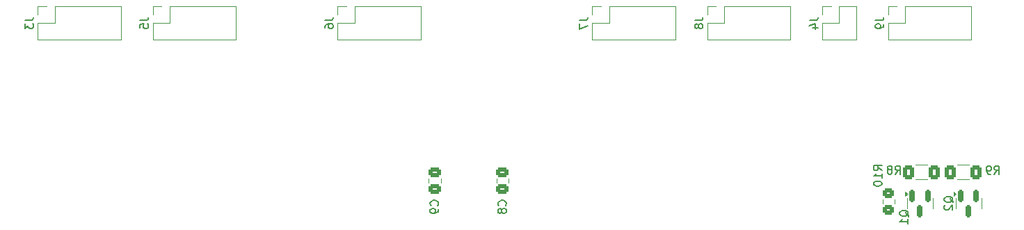
<source format=gbr>
%TF.GenerationSoftware,KiCad,Pcbnew,8.0.4+dfsg-1*%
%TF.CreationDate,2025-02-17T17:51:02+01:00*%
%TF.ProjectId,nixie-clock,6e697869-652d-4636-9c6f-636b2e6b6963,rev?*%
%TF.SameCoordinates,Original*%
%TF.FileFunction,Legend,Bot*%
%TF.FilePolarity,Positive*%
%FSLAX46Y46*%
G04 Gerber Fmt 4.6, Leading zero omitted, Abs format (unit mm)*
G04 Created by KiCad (PCBNEW 8.0.4+dfsg-1) date 2025-02-17 17:51:02*
%MOMM*%
%LPD*%
G01*
G04 APERTURE LIST*
G04 Aperture macros list*
%AMRoundRect*
0 Rectangle with rounded corners*
0 $1 Rounding radius*
0 $2 $3 $4 $5 $6 $7 $8 $9 X,Y pos of 4 corners*
0 Add a 4 corners polygon primitive as box body*
4,1,4,$2,$3,$4,$5,$6,$7,$8,$9,$2,$3,0*
0 Add four circle primitives for the rounded corners*
1,1,$1+$1,$2,$3*
1,1,$1+$1,$4,$5*
1,1,$1+$1,$6,$7*
1,1,$1+$1,$8,$9*
0 Add four rect primitives between the rounded corners*
20,1,$1+$1,$2,$3,$4,$5,0*
20,1,$1+$1,$4,$5,$6,$7,0*
20,1,$1+$1,$6,$7,$8,$9,0*
20,1,$1+$1,$8,$9,$2,$3,0*%
G04 Aperture macros list end*
%ADD10C,0.150000*%
%ADD11C,0.120000*%
%ADD12R,1.700000X1.700000*%
%ADD13O,1.700000X1.700000*%
%ADD14R,1.600000X1.600000*%
%ADD15O,1.600000X1.600000*%
%ADD16C,4.700000*%
%ADD17C,6.000000*%
%ADD18R,1.350000X1.350000*%
%ADD19O,1.350000X1.350000*%
%ADD20RoundRect,0.250000X0.400000X0.625000X-0.400000X0.625000X-0.400000X-0.625000X0.400000X-0.625000X0*%
%ADD21RoundRect,0.250000X0.450000X-0.350000X0.450000X0.350000X-0.450000X0.350000X-0.450000X-0.350000X0*%
%ADD22RoundRect,0.250000X-0.475000X0.337500X-0.475000X-0.337500X0.475000X-0.337500X0.475000X0.337500X0*%
%ADD23RoundRect,0.150000X-0.150000X0.587500X-0.150000X-0.587500X0.150000X-0.587500X0.150000X0.587500X0*%
G04 APERTURE END LIST*
D10*
X99394819Y-89666666D02*
X100109104Y-89666666D01*
X100109104Y-89666666D02*
X100251961Y-89619047D01*
X100251961Y-89619047D02*
X100347200Y-89523809D01*
X100347200Y-89523809D02*
X100394819Y-89380952D01*
X100394819Y-89380952D02*
X100394819Y-89285714D01*
X99394819Y-90619047D02*
X99394819Y-90142857D01*
X99394819Y-90142857D02*
X99871009Y-90095238D01*
X99871009Y-90095238D02*
X99823390Y-90142857D01*
X99823390Y-90142857D02*
X99775771Y-90238095D01*
X99775771Y-90238095D02*
X99775771Y-90476190D01*
X99775771Y-90476190D02*
X99823390Y-90571428D01*
X99823390Y-90571428D02*
X99871009Y-90619047D01*
X99871009Y-90619047D02*
X99966247Y-90666666D01*
X99966247Y-90666666D02*
X100204342Y-90666666D01*
X100204342Y-90666666D02*
X100299580Y-90619047D01*
X100299580Y-90619047D02*
X100347200Y-90571428D01*
X100347200Y-90571428D02*
X100394819Y-90476190D01*
X100394819Y-90476190D02*
X100394819Y-90238095D01*
X100394819Y-90238095D02*
X100347200Y-90142857D01*
X100347200Y-90142857D02*
X100299580Y-90095238D01*
X191301666Y-108404819D02*
X191634999Y-107928628D01*
X191873094Y-108404819D02*
X191873094Y-107404819D01*
X191873094Y-107404819D02*
X191492142Y-107404819D01*
X191492142Y-107404819D02*
X191396904Y-107452438D01*
X191396904Y-107452438D02*
X191349285Y-107500057D01*
X191349285Y-107500057D02*
X191301666Y-107595295D01*
X191301666Y-107595295D02*
X191301666Y-107738152D01*
X191301666Y-107738152D02*
X191349285Y-107833390D01*
X191349285Y-107833390D02*
X191396904Y-107881009D01*
X191396904Y-107881009D02*
X191492142Y-107928628D01*
X191492142Y-107928628D02*
X191873094Y-107928628D01*
X190730237Y-107833390D02*
X190825475Y-107785771D01*
X190825475Y-107785771D02*
X190873094Y-107738152D01*
X190873094Y-107738152D02*
X190920713Y-107642914D01*
X190920713Y-107642914D02*
X190920713Y-107595295D01*
X190920713Y-107595295D02*
X190873094Y-107500057D01*
X190873094Y-107500057D02*
X190825475Y-107452438D01*
X190825475Y-107452438D02*
X190730237Y-107404819D01*
X190730237Y-107404819D02*
X190539761Y-107404819D01*
X190539761Y-107404819D02*
X190444523Y-107452438D01*
X190444523Y-107452438D02*
X190396904Y-107500057D01*
X190396904Y-107500057D02*
X190349285Y-107595295D01*
X190349285Y-107595295D02*
X190349285Y-107642914D01*
X190349285Y-107642914D02*
X190396904Y-107738152D01*
X190396904Y-107738152D02*
X190444523Y-107785771D01*
X190444523Y-107785771D02*
X190539761Y-107833390D01*
X190539761Y-107833390D02*
X190730237Y-107833390D01*
X190730237Y-107833390D02*
X190825475Y-107881009D01*
X190825475Y-107881009D02*
X190873094Y-107928628D01*
X190873094Y-107928628D02*
X190920713Y-108023866D01*
X190920713Y-108023866D02*
X190920713Y-108214342D01*
X190920713Y-108214342D02*
X190873094Y-108309580D01*
X190873094Y-108309580D02*
X190825475Y-108357200D01*
X190825475Y-108357200D02*
X190730237Y-108404819D01*
X190730237Y-108404819D02*
X190539761Y-108404819D01*
X190539761Y-108404819D02*
X190444523Y-108357200D01*
X190444523Y-108357200D02*
X190396904Y-108309580D01*
X190396904Y-108309580D02*
X190349285Y-108214342D01*
X190349285Y-108214342D02*
X190349285Y-108023866D01*
X190349285Y-108023866D02*
X190396904Y-107928628D01*
X190396904Y-107928628D02*
X190444523Y-107881009D01*
X190444523Y-107881009D02*
X190539761Y-107833390D01*
X189684819Y-107942142D02*
X189208628Y-107608809D01*
X189684819Y-107370714D02*
X188684819Y-107370714D01*
X188684819Y-107370714D02*
X188684819Y-107751666D01*
X188684819Y-107751666D02*
X188732438Y-107846904D01*
X188732438Y-107846904D02*
X188780057Y-107894523D01*
X188780057Y-107894523D02*
X188875295Y-107942142D01*
X188875295Y-107942142D02*
X189018152Y-107942142D01*
X189018152Y-107942142D02*
X189113390Y-107894523D01*
X189113390Y-107894523D02*
X189161009Y-107846904D01*
X189161009Y-107846904D02*
X189208628Y-107751666D01*
X189208628Y-107751666D02*
X189208628Y-107370714D01*
X189684819Y-108894523D02*
X189684819Y-108323095D01*
X189684819Y-108608809D02*
X188684819Y-108608809D01*
X188684819Y-108608809D02*
X188827676Y-108513571D01*
X188827676Y-108513571D02*
X188922914Y-108418333D01*
X188922914Y-108418333D02*
X188970533Y-108323095D01*
X188684819Y-109513571D02*
X188684819Y-109608809D01*
X188684819Y-109608809D02*
X188732438Y-109704047D01*
X188732438Y-109704047D02*
X188780057Y-109751666D01*
X188780057Y-109751666D02*
X188875295Y-109799285D01*
X188875295Y-109799285D02*
X189065771Y-109846904D01*
X189065771Y-109846904D02*
X189303866Y-109846904D01*
X189303866Y-109846904D02*
X189494342Y-109799285D01*
X189494342Y-109799285D02*
X189589580Y-109751666D01*
X189589580Y-109751666D02*
X189637200Y-109704047D01*
X189637200Y-109704047D02*
X189684819Y-109608809D01*
X189684819Y-109608809D02*
X189684819Y-109513571D01*
X189684819Y-109513571D02*
X189637200Y-109418333D01*
X189637200Y-109418333D02*
X189589580Y-109370714D01*
X189589580Y-109370714D02*
X189494342Y-109323095D01*
X189494342Y-109323095D02*
X189303866Y-109275476D01*
X189303866Y-109275476D02*
X189065771Y-109275476D01*
X189065771Y-109275476D02*
X188875295Y-109323095D01*
X188875295Y-109323095D02*
X188780057Y-109370714D01*
X188780057Y-109370714D02*
X188732438Y-109418333D01*
X188732438Y-109418333D02*
X188684819Y-109513571D01*
X143869580Y-112228333D02*
X143917200Y-112180714D01*
X143917200Y-112180714D02*
X143964819Y-112037857D01*
X143964819Y-112037857D02*
X143964819Y-111942619D01*
X143964819Y-111942619D02*
X143917200Y-111799762D01*
X143917200Y-111799762D02*
X143821961Y-111704524D01*
X143821961Y-111704524D02*
X143726723Y-111656905D01*
X143726723Y-111656905D02*
X143536247Y-111609286D01*
X143536247Y-111609286D02*
X143393390Y-111609286D01*
X143393390Y-111609286D02*
X143202914Y-111656905D01*
X143202914Y-111656905D02*
X143107676Y-111704524D01*
X143107676Y-111704524D02*
X143012438Y-111799762D01*
X143012438Y-111799762D02*
X142964819Y-111942619D01*
X142964819Y-111942619D02*
X142964819Y-112037857D01*
X142964819Y-112037857D02*
X143012438Y-112180714D01*
X143012438Y-112180714D02*
X143060057Y-112228333D01*
X143393390Y-112799762D02*
X143345771Y-112704524D01*
X143345771Y-112704524D02*
X143298152Y-112656905D01*
X143298152Y-112656905D02*
X143202914Y-112609286D01*
X143202914Y-112609286D02*
X143155295Y-112609286D01*
X143155295Y-112609286D02*
X143060057Y-112656905D01*
X143060057Y-112656905D02*
X143012438Y-112704524D01*
X143012438Y-112704524D02*
X142964819Y-112799762D01*
X142964819Y-112799762D02*
X142964819Y-112990238D01*
X142964819Y-112990238D02*
X143012438Y-113085476D01*
X143012438Y-113085476D02*
X143060057Y-113133095D01*
X143060057Y-113133095D02*
X143155295Y-113180714D01*
X143155295Y-113180714D02*
X143202914Y-113180714D01*
X143202914Y-113180714D02*
X143298152Y-113133095D01*
X143298152Y-113133095D02*
X143345771Y-113085476D01*
X143345771Y-113085476D02*
X143393390Y-112990238D01*
X143393390Y-112990238D02*
X143393390Y-112799762D01*
X143393390Y-112799762D02*
X143441009Y-112704524D01*
X143441009Y-112704524D02*
X143488628Y-112656905D01*
X143488628Y-112656905D02*
X143583866Y-112609286D01*
X143583866Y-112609286D02*
X143774342Y-112609286D01*
X143774342Y-112609286D02*
X143869580Y-112656905D01*
X143869580Y-112656905D02*
X143917200Y-112704524D01*
X143917200Y-112704524D02*
X143964819Y-112799762D01*
X143964819Y-112799762D02*
X143964819Y-112990238D01*
X143964819Y-112990238D02*
X143917200Y-113085476D01*
X143917200Y-113085476D02*
X143869580Y-113133095D01*
X143869580Y-113133095D02*
X143774342Y-113180714D01*
X143774342Y-113180714D02*
X143583866Y-113180714D01*
X143583866Y-113180714D02*
X143488628Y-113133095D01*
X143488628Y-113133095D02*
X143441009Y-113085476D01*
X143441009Y-113085476D02*
X143393390Y-112990238D01*
X152894819Y-89666666D02*
X153609104Y-89666666D01*
X153609104Y-89666666D02*
X153751961Y-89619047D01*
X153751961Y-89619047D02*
X153847200Y-89523809D01*
X153847200Y-89523809D02*
X153894819Y-89380952D01*
X153894819Y-89380952D02*
X153894819Y-89285714D01*
X152894819Y-90047619D02*
X152894819Y-90714285D01*
X152894819Y-90714285D02*
X153894819Y-90285714D01*
X198380057Y-111869761D02*
X198332438Y-111774523D01*
X198332438Y-111774523D02*
X198237200Y-111679285D01*
X198237200Y-111679285D02*
X198094342Y-111536428D01*
X198094342Y-111536428D02*
X198046723Y-111441190D01*
X198046723Y-111441190D02*
X198046723Y-111345952D01*
X198284819Y-111393571D02*
X198237200Y-111298333D01*
X198237200Y-111298333D02*
X198141961Y-111203095D01*
X198141961Y-111203095D02*
X197951485Y-111155476D01*
X197951485Y-111155476D02*
X197618152Y-111155476D01*
X197618152Y-111155476D02*
X197427676Y-111203095D01*
X197427676Y-111203095D02*
X197332438Y-111298333D01*
X197332438Y-111298333D02*
X197284819Y-111393571D01*
X197284819Y-111393571D02*
X197284819Y-111584047D01*
X197284819Y-111584047D02*
X197332438Y-111679285D01*
X197332438Y-111679285D02*
X197427676Y-111774523D01*
X197427676Y-111774523D02*
X197618152Y-111822142D01*
X197618152Y-111822142D02*
X197951485Y-111822142D01*
X197951485Y-111822142D02*
X198141961Y-111774523D01*
X198141961Y-111774523D02*
X198237200Y-111679285D01*
X198237200Y-111679285D02*
X198284819Y-111584047D01*
X198284819Y-111584047D02*
X198284819Y-111393571D01*
X197380057Y-112203095D02*
X197332438Y-112250714D01*
X197332438Y-112250714D02*
X197284819Y-112345952D01*
X197284819Y-112345952D02*
X197284819Y-112584047D01*
X197284819Y-112584047D02*
X197332438Y-112679285D01*
X197332438Y-112679285D02*
X197380057Y-112726904D01*
X197380057Y-112726904D02*
X197475295Y-112774523D01*
X197475295Y-112774523D02*
X197570533Y-112774523D01*
X197570533Y-112774523D02*
X197713390Y-112726904D01*
X197713390Y-112726904D02*
X198284819Y-112155476D01*
X198284819Y-112155476D02*
X198284819Y-112774523D01*
X85394819Y-89666666D02*
X86109104Y-89666666D01*
X86109104Y-89666666D02*
X86251961Y-89619047D01*
X86251961Y-89619047D02*
X86347200Y-89523809D01*
X86347200Y-89523809D02*
X86394819Y-89380952D01*
X86394819Y-89380952D02*
X86394819Y-89285714D01*
X85394819Y-90047619D02*
X85394819Y-90666666D01*
X85394819Y-90666666D02*
X85775771Y-90333333D01*
X85775771Y-90333333D02*
X85775771Y-90476190D01*
X85775771Y-90476190D02*
X85823390Y-90571428D01*
X85823390Y-90571428D02*
X85871009Y-90619047D01*
X85871009Y-90619047D02*
X85966247Y-90666666D01*
X85966247Y-90666666D02*
X86204342Y-90666666D01*
X86204342Y-90666666D02*
X86299580Y-90619047D01*
X86299580Y-90619047D02*
X86347200Y-90571428D01*
X86347200Y-90571428D02*
X86394819Y-90476190D01*
X86394819Y-90476190D02*
X86394819Y-90190476D01*
X86394819Y-90190476D02*
X86347200Y-90095238D01*
X86347200Y-90095238D02*
X86299580Y-90047619D01*
X188894819Y-89666666D02*
X189609104Y-89666666D01*
X189609104Y-89666666D02*
X189751961Y-89619047D01*
X189751961Y-89619047D02*
X189847200Y-89523809D01*
X189847200Y-89523809D02*
X189894819Y-89380952D01*
X189894819Y-89380952D02*
X189894819Y-89285714D01*
X189894819Y-90190476D02*
X189894819Y-90380952D01*
X189894819Y-90380952D02*
X189847200Y-90476190D01*
X189847200Y-90476190D02*
X189799580Y-90523809D01*
X189799580Y-90523809D02*
X189656723Y-90619047D01*
X189656723Y-90619047D02*
X189466247Y-90666666D01*
X189466247Y-90666666D02*
X189085295Y-90666666D01*
X189085295Y-90666666D02*
X188990057Y-90619047D01*
X188990057Y-90619047D02*
X188942438Y-90571428D01*
X188942438Y-90571428D02*
X188894819Y-90476190D01*
X188894819Y-90476190D02*
X188894819Y-90285714D01*
X188894819Y-90285714D02*
X188942438Y-90190476D01*
X188942438Y-90190476D02*
X188990057Y-90142857D01*
X188990057Y-90142857D02*
X189085295Y-90095238D01*
X189085295Y-90095238D02*
X189323390Y-90095238D01*
X189323390Y-90095238D02*
X189418628Y-90142857D01*
X189418628Y-90142857D02*
X189466247Y-90190476D01*
X189466247Y-90190476D02*
X189513866Y-90285714D01*
X189513866Y-90285714D02*
X189513866Y-90476190D01*
X189513866Y-90476190D02*
X189466247Y-90571428D01*
X189466247Y-90571428D02*
X189418628Y-90619047D01*
X189418628Y-90619047D02*
X189323390Y-90666666D01*
X121894819Y-89666666D02*
X122609104Y-89666666D01*
X122609104Y-89666666D02*
X122751961Y-89619047D01*
X122751961Y-89619047D02*
X122847200Y-89523809D01*
X122847200Y-89523809D02*
X122894819Y-89380952D01*
X122894819Y-89380952D02*
X122894819Y-89285714D01*
X121894819Y-90571428D02*
X121894819Y-90380952D01*
X121894819Y-90380952D02*
X121942438Y-90285714D01*
X121942438Y-90285714D02*
X121990057Y-90238095D01*
X121990057Y-90238095D02*
X122132914Y-90142857D01*
X122132914Y-90142857D02*
X122323390Y-90095238D01*
X122323390Y-90095238D02*
X122704342Y-90095238D01*
X122704342Y-90095238D02*
X122799580Y-90142857D01*
X122799580Y-90142857D02*
X122847200Y-90190476D01*
X122847200Y-90190476D02*
X122894819Y-90285714D01*
X122894819Y-90285714D02*
X122894819Y-90476190D01*
X122894819Y-90476190D02*
X122847200Y-90571428D01*
X122847200Y-90571428D02*
X122799580Y-90619047D01*
X122799580Y-90619047D02*
X122704342Y-90666666D01*
X122704342Y-90666666D02*
X122466247Y-90666666D01*
X122466247Y-90666666D02*
X122371009Y-90619047D01*
X122371009Y-90619047D02*
X122323390Y-90571428D01*
X122323390Y-90571428D02*
X122275771Y-90476190D01*
X122275771Y-90476190D02*
X122275771Y-90285714D01*
X122275771Y-90285714D02*
X122323390Y-90190476D01*
X122323390Y-90190476D02*
X122371009Y-90142857D01*
X122371009Y-90142857D02*
X122466247Y-90095238D01*
X180894819Y-89666666D02*
X181609104Y-89666666D01*
X181609104Y-89666666D02*
X181751961Y-89619047D01*
X181751961Y-89619047D02*
X181847200Y-89523809D01*
X181847200Y-89523809D02*
X181894819Y-89380952D01*
X181894819Y-89380952D02*
X181894819Y-89285714D01*
X181228152Y-90571428D02*
X181894819Y-90571428D01*
X180847200Y-90333333D02*
X181561485Y-90095238D01*
X181561485Y-90095238D02*
X181561485Y-90714285D01*
X135614580Y-112228333D02*
X135662200Y-112180714D01*
X135662200Y-112180714D02*
X135709819Y-112037857D01*
X135709819Y-112037857D02*
X135709819Y-111942619D01*
X135709819Y-111942619D02*
X135662200Y-111799762D01*
X135662200Y-111799762D02*
X135566961Y-111704524D01*
X135566961Y-111704524D02*
X135471723Y-111656905D01*
X135471723Y-111656905D02*
X135281247Y-111609286D01*
X135281247Y-111609286D02*
X135138390Y-111609286D01*
X135138390Y-111609286D02*
X134947914Y-111656905D01*
X134947914Y-111656905D02*
X134852676Y-111704524D01*
X134852676Y-111704524D02*
X134757438Y-111799762D01*
X134757438Y-111799762D02*
X134709819Y-111942619D01*
X134709819Y-111942619D02*
X134709819Y-112037857D01*
X134709819Y-112037857D02*
X134757438Y-112180714D01*
X134757438Y-112180714D02*
X134805057Y-112228333D01*
X135709819Y-112704524D02*
X135709819Y-112895000D01*
X135709819Y-112895000D02*
X135662200Y-112990238D01*
X135662200Y-112990238D02*
X135614580Y-113037857D01*
X135614580Y-113037857D02*
X135471723Y-113133095D01*
X135471723Y-113133095D02*
X135281247Y-113180714D01*
X135281247Y-113180714D02*
X134900295Y-113180714D01*
X134900295Y-113180714D02*
X134805057Y-113133095D01*
X134805057Y-113133095D02*
X134757438Y-113085476D01*
X134757438Y-113085476D02*
X134709819Y-112990238D01*
X134709819Y-112990238D02*
X134709819Y-112799762D01*
X134709819Y-112799762D02*
X134757438Y-112704524D01*
X134757438Y-112704524D02*
X134805057Y-112656905D01*
X134805057Y-112656905D02*
X134900295Y-112609286D01*
X134900295Y-112609286D02*
X135138390Y-112609286D01*
X135138390Y-112609286D02*
X135233628Y-112656905D01*
X135233628Y-112656905D02*
X135281247Y-112704524D01*
X135281247Y-112704524D02*
X135328866Y-112799762D01*
X135328866Y-112799762D02*
X135328866Y-112990238D01*
X135328866Y-112990238D02*
X135281247Y-113085476D01*
X135281247Y-113085476D02*
X135233628Y-113133095D01*
X135233628Y-113133095D02*
X135138390Y-113180714D01*
X192955057Y-113569761D02*
X192907438Y-113474523D01*
X192907438Y-113474523D02*
X192812200Y-113379285D01*
X192812200Y-113379285D02*
X192669342Y-113236428D01*
X192669342Y-113236428D02*
X192621723Y-113141190D01*
X192621723Y-113141190D02*
X192621723Y-113045952D01*
X192859819Y-113093571D02*
X192812200Y-112998333D01*
X192812200Y-112998333D02*
X192716961Y-112903095D01*
X192716961Y-112903095D02*
X192526485Y-112855476D01*
X192526485Y-112855476D02*
X192193152Y-112855476D01*
X192193152Y-112855476D02*
X192002676Y-112903095D01*
X192002676Y-112903095D02*
X191907438Y-112998333D01*
X191907438Y-112998333D02*
X191859819Y-113093571D01*
X191859819Y-113093571D02*
X191859819Y-113284047D01*
X191859819Y-113284047D02*
X191907438Y-113379285D01*
X191907438Y-113379285D02*
X192002676Y-113474523D01*
X192002676Y-113474523D02*
X192193152Y-113522142D01*
X192193152Y-113522142D02*
X192526485Y-113522142D01*
X192526485Y-113522142D02*
X192716961Y-113474523D01*
X192716961Y-113474523D02*
X192812200Y-113379285D01*
X192812200Y-113379285D02*
X192859819Y-113284047D01*
X192859819Y-113284047D02*
X192859819Y-113093571D01*
X192859819Y-114474523D02*
X192859819Y-113903095D01*
X192859819Y-114188809D02*
X191859819Y-114188809D01*
X191859819Y-114188809D02*
X192002676Y-114093571D01*
X192002676Y-114093571D02*
X192097914Y-113998333D01*
X192097914Y-113998333D02*
X192145533Y-113903095D01*
X166894819Y-89666666D02*
X167609104Y-89666666D01*
X167609104Y-89666666D02*
X167751961Y-89619047D01*
X167751961Y-89619047D02*
X167847200Y-89523809D01*
X167847200Y-89523809D02*
X167894819Y-89380952D01*
X167894819Y-89380952D02*
X167894819Y-89285714D01*
X167323390Y-90285714D02*
X167275771Y-90190476D01*
X167275771Y-90190476D02*
X167228152Y-90142857D01*
X167228152Y-90142857D02*
X167132914Y-90095238D01*
X167132914Y-90095238D02*
X167085295Y-90095238D01*
X167085295Y-90095238D02*
X166990057Y-90142857D01*
X166990057Y-90142857D02*
X166942438Y-90190476D01*
X166942438Y-90190476D02*
X166894819Y-90285714D01*
X166894819Y-90285714D02*
X166894819Y-90476190D01*
X166894819Y-90476190D02*
X166942438Y-90571428D01*
X166942438Y-90571428D02*
X166990057Y-90619047D01*
X166990057Y-90619047D02*
X167085295Y-90666666D01*
X167085295Y-90666666D02*
X167132914Y-90666666D01*
X167132914Y-90666666D02*
X167228152Y-90619047D01*
X167228152Y-90619047D02*
X167275771Y-90571428D01*
X167275771Y-90571428D02*
X167323390Y-90476190D01*
X167323390Y-90476190D02*
X167323390Y-90285714D01*
X167323390Y-90285714D02*
X167371009Y-90190476D01*
X167371009Y-90190476D02*
X167418628Y-90142857D01*
X167418628Y-90142857D02*
X167513866Y-90095238D01*
X167513866Y-90095238D02*
X167704342Y-90095238D01*
X167704342Y-90095238D02*
X167799580Y-90142857D01*
X167799580Y-90142857D02*
X167847200Y-90190476D01*
X167847200Y-90190476D02*
X167894819Y-90285714D01*
X167894819Y-90285714D02*
X167894819Y-90476190D01*
X167894819Y-90476190D02*
X167847200Y-90571428D01*
X167847200Y-90571428D02*
X167799580Y-90619047D01*
X167799580Y-90619047D02*
X167704342Y-90666666D01*
X167704342Y-90666666D02*
X167513866Y-90666666D01*
X167513866Y-90666666D02*
X167418628Y-90619047D01*
X167418628Y-90619047D02*
X167371009Y-90571428D01*
X167371009Y-90571428D02*
X167323390Y-90476190D01*
X203366666Y-108404819D02*
X203699999Y-107928628D01*
X203938094Y-108404819D02*
X203938094Y-107404819D01*
X203938094Y-107404819D02*
X203557142Y-107404819D01*
X203557142Y-107404819D02*
X203461904Y-107452438D01*
X203461904Y-107452438D02*
X203414285Y-107500057D01*
X203414285Y-107500057D02*
X203366666Y-107595295D01*
X203366666Y-107595295D02*
X203366666Y-107738152D01*
X203366666Y-107738152D02*
X203414285Y-107833390D01*
X203414285Y-107833390D02*
X203461904Y-107881009D01*
X203461904Y-107881009D02*
X203557142Y-107928628D01*
X203557142Y-107928628D02*
X203938094Y-107928628D01*
X202890475Y-108404819D02*
X202699999Y-108404819D01*
X202699999Y-108404819D02*
X202604761Y-108357200D01*
X202604761Y-108357200D02*
X202557142Y-108309580D01*
X202557142Y-108309580D02*
X202461904Y-108166723D01*
X202461904Y-108166723D02*
X202414285Y-107976247D01*
X202414285Y-107976247D02*
X202414285Y-107595295D01*
X202414285Y-107595295D02*
X202461904Y-107500057D01*
X202461904Y-107500057D02*
X202509523Y-107452438D01*
X202509523Y-107452438D02*
X202604761Y-107404819D01*
X202604761Y-107404819D02*
X202795237Y-107404819D01*
X202795237Y-107404819D02*
X202890475Y-107452438D01*
X202890475Y-107452438D02*
X202938094Y-107500057D01*
X202938094Y-107500057D02*
X202985713Y-107595295D01*
X202985713Y-107595295D02*
X202985713Y-107833390D01*
X202985713Y-107833390D02*
X202938094Y-107928628D01*
X202938094Y-107928628D02*
X202890475Y-107976247D01*
X202890475Y-107976247D02*
X202795237Y-108023866D01*
X202795237Y-108023866D02*
X202604761Y-108023866D01*
X202604761Y-108023866D02*
X202509523Y-107976247D01*
X202509523Y-107976247D02*
X202461904Y-107928628D01*
X202461904Y-107928628D02*
X202414285Y-107833390D01*
D11*
%TO.C,J5*%
X100940000Y-87940000D02*
X102000000Y-87940000D01*
X100940000Y-89000000D02*
X100940000Y-87940000D01*
X100940000Y-90000000D02*
X103000000Y-90000000D01*
X100940000Y-92060000D02*
X100940000Y-90000000D01*
X103000000Y-90000000D02*
X103000000Y-87940000D01*
X111060000Y-87940000D02*
X103000000Y-87940000D01*
X111060000Y-92060000D02*
X100940000Y-92060000D01*
X111060000Y-92060000D02*
X111060000Y-87940000D01*
%TO.C,R8*%
X193787936Y-107245000D02*
X195242064Y-107245000D01*
X193787936Y-109065000D02*
X195242064Y-109065000D01*
%TO.C,R10*%
X189765000Y-111532936D02*
X189765000Y-111987064D01*
X191235000Y-111532936D02*
X191235000Y-111987064D01*
%TO.C,C8*%
X142775000Y-109481252D02*
X142775000Y-108958748D01*
X144245000Y-109481252D02*
X144245000Y-108958748D01*
%TO.C,J7*%
X154440000Y-87940000D02*
X155500000Y-87940000D01*
X154440000Y-89000000D02*
X154440000Y-87940000D01*
X154440000Y-90000000D02*
X156500000Y-90000000D01*
X154440000Y-92060000D02*
X154440000Y-90000000D01*
X156500000Y-90000000D02*
X156500000Y-87940000D01*
X164560000Y-87940000D02*
X156500000Y-87940000D01*
X164560000Y-92060000D02*
X154440000Y-92060000D01*
X164560000Y-92060000D02*
X164560000Y-87940000D01*
%TO.C,Q2*%
X198670000Y-111315000D02*
X198670000Y-111965000D01*
X198670000Y-112615000D02*
X198670000Y-111965000D01*
X201790000Y-111315000D02*
X201790000Y-111965000D01*
X201790000Y-112615000D02*
X201790000Y-111965000D01*
X198720000Y-110802500D02*
X198390000Y-111042500D01*
X198390000Y-110562500D01*
X198720000Y-110802500D01*
G36*
X198720000Y-110802500D02*
G01*
X198390000Y-111042500D01*
X198390000Y-110562500D01*
X198720000Y-110802500D01*
G37*
%TO.C,J3*%
X86940000Y-87940000D02*
X88000000Y-87940000D01*
X86940000Y-89000000D02*
X86940000Y-87940000D01*
X86940000Y-90000000D02*
X89000000Y-90000000D01*
X86940000Y-92060000D02*
X86940000Y-90000000D01*
X89000000Y-90000000D02*
X89000000Y-87940000D01*
X97060000Y-87940000D02*
X89000000Y-87940000D01*
X97060000Y-92060000D02*
X86940000Y-92060000D01*
X97060000Y-92060000D02*
X97060000Y-87940000D01*
%TO.C,J9*%
X190440000Y-87940000D02*
X191500000Y-87940000D01*
X190440000Y-89000000D02*
X190440000Y-87940000D01*
X190440000Y-90000000D02*
X192500000Y-90000000D01*
X190440000Y-92060000D02*
X190440000Y-90000000D01*
X192500000Y-90000000D02*
X192500000Y-87940000D01*
X200560000Y-87940000D02*
X192500000Y-87940000D01*
X200560000Y-92060000D02*
X190440000Y-92060000D01*
X200560000Y-92060000D02*
X200560000Y-87940000D01*
%TO.C,J6*%
X123440000Y-87940000D02*
X124500000Y-87940000D01*
X123440000Y-89000000D02*
X123440000Y-87940000D01*
X123440000Y-90000000D02*
X125500000Y-90000000D01*
X123440000Y-92060000D02*
X123440000Y-90000000D01*
X125500000Y-90000000D02*
X125500000Y-87940000D01*
X133560000Y-87940000D02*
X125500000Y-87940000D01*
X133560000Y-92060000D02*
X123440000Y-92060000D01*
X133560000Y-92060000D02*
X133560000Y-87940000D01*
%TO.C,J4*%
X182440000Y-87940000D02*
X183500000Y-87940000D01*
X182440000Y-89000000D02*
X182440000Y-87940000D01*
X182440000Y-90000000D02*
X184500000Y-90000000D01*
X182440000Y-92060000D02*
X182440000Y-90000000D01*
X184500000Y-90000000D02*
X184500000Y-87940000D01*
X186560000Y-87940000D02*
X184500000Y-87940000D01*
X186560000Y-92060000D02*
X182440000Y-92060000D01*
X186560000Y-92060000D02*
X186560000Y-87940000D01*
%TO.C,C9*%
X134520000Y-109481252D02*
X134520000Y-108958748D01*
X135990000Y-109481252D02*
X135990000Y-108958748D01*
%TO.C,Q1*%
X192750000Y-111315000D02*
X192750000Y-111965000D01*
X192750000Y-112615000D02*
X192750000Y-111965000D01*
X195870000Y-111315000D02*
X195870000Y-111965000D01*
X195870000Y-112615000D02*
X195870000Y-111965000D01*
X192800000Y-110802500D02*
X192470000Y-111042500D01*
X192470000Y-110562500D01*
X192800000Y-110802500D01*
G36*
X192800000Y-110802500D02*
G01*
X192470000Y-111042500D01*
X192470000Y-110562500D01*
X192800000Y-110802500D01*
G37*
%TO.C,J8*%
X168440000Y-87940000D02*
X169500000Y-87940000D01*
X168440000Y-89000000D02*
X168440000Y-87940000D01*
X168440000Y-90000000D02*
X170500000Y-90000000D01*
X168440000Y-92060000D02*
X168440000Y-90000000D01*
X170500000Y-90000000D02*
X170500000Y-87940000D01*
X178560000Y-87940000D02*
X170500000Y-87940000D01*
X178560000Y-92060000D02*
X168440000Y-92060000D01*
X178560000Y-92060000D02*
X178560000Y-87940000D01*
%TO.C,R9*%
X198867936Y-107245000D02*
X200322064Y-107245000D01*
X198867936Y-109065000D02*
X200322064Y-109065000D01*
%TD*%
%LPC*%
D12*
%TO.C,J2*%
X193000000Y-117000000D03*
D13*
X195540000Y-117000000D03*
X198080000Y-117000000D03*
X200620000Y-117000000D03*
%TD*%
D14*
%TO.C,U6*%
X146065000Y-104765000D03*
D15*
X148605000Y-104765000D03*
X151145000Y-104765000D03*
X153685000Y-104765000D03*
X156225000Y-104765000D03*
X158765000Y-104765000D03*
X161305000Y-104765000D03*
X163845000Y-104765000D03*
X163845000Y-97145000D03*
X161305000Y-97145000D03*
X158765000Y-97145000D03*
X156225000Y-97145000D03*
X153685000Y-97145000D03*
X151145000Y-97145000D03*
X148605000Y-97145000D03*
X146065000Y-97145000D03*
%TD*%
D14*
%TO.C,U8*%
X191150000Y-104765000D03*
D15*
X193690000Y-104765000D03*
X196230000Y-104765000D03*
X198770000Y-104765000D03*
X201310000Y-104765000D03*
X203850000Y-104765000D03*
X206390000Y-104765000D03*
X208930000Y-104765000D03*
X208930000Y-97145000D03*
X206390000Y-97145000D03*
X203850000Y-97145000D03*
X201310000Y-97145000D03*
X198770000Y-97145000D03*
X196230000Y-97145000D03*
X193690000Y-97145000D03*
X191150000Y-97145000D03*
%TD*%
D14*
%TO.C,U3*%
X78755000Y-104765000D03*
D15*
X81295000Y-104765000D03*
X83835000Y-104765000D03*
X86375000Y-104765000D03*
X88915000Y-104765000D03*
X91455000Y-104765000D03*
X93995000Y-104765000D03*
X96535000Y-104765000D03*
X96535000Y-97145000D03*
X93995000Y-97145000D03*
X91455000Y-97145000D03*
X88915000Y-97145000D03*
X86375000Y-97145000D03*
X83835000Y-97145000D03*
X81295000Y-97145000D03*
X78755000Y-97145000D03*
%TD*%
D14*
%TO.C,U2*%
X123840000Y-104755000D03*
D15*
X126380000Y-104755000D03*
X128920000Y-104755000D03*
X131460000Y-104755000D03*
X134000000Y-104755000D03*
X136540000Y-104755000D03*
X139080000Y-104755000D03*
X141620000Y-104755000D03*
X141620000Y-97135000D03*
X139080000Y-97135000D03*
X136540000Y-97135000D03*
X134000000Y-97135000D03*
X131460000Y-97135000D03*
X128920000Y-97135000D03*
X126380000Y-97135000D03*
X123840000Y-97135000D03*
%TD*%
D16*
%TO.C,H1*%
X206000000Y-116000000D03*
%TD*%
%TO.C,H2*%
X206000000Y-91000000D03*
%TD*%
D14*
%TO.C,U7*%
X168925000Y-104765000D03*
D15*
X171465000Y-104765000D03*
X174005000Y-104765000D03*
X176545000Y-104765000D03*
X179085000Y-104765000D03*
X181625000Y-104765000D03*
X184165000Y-104765000D03*
X186705000Y-104765000D03*
X186705000Y-97145000D03*
X184165000Y-97145000D03*
X181625000Y-97145000D03*
X179085000Y-97145000D03*
X176545000Y-97145000D03*
X174005000Y-97145000D03*
X171465000Y-97145000D03*
X168925000Y-97145000D03*
%TD*%
D16*
%TO.C,H4*%
X150000000Y-116000000D03*
%TD*%
D14*
%TO.C,U5*%
X100980000Y-104765000D03*
D15*
X103520000Y-104765000D03*
X106060000Y-104765000D03*
X108600000Y-104765000D03*
X111140000Y-104765000D03*
X113680000Y-104765000D03*
X116220000Y-104765000D03*
X118760000Y-104765000D03*
X118760000Y-97145000D03*
X116220000Y-97145000D03*
X113680000Y-97145000D03*
X111140000Y-97145000D03*
X108600000Y-97145000D03*
X106060000Y-97145000D03*
X103520000Y-97145000D03*
X100980000Y-97145000D03*
%TD*%
D17*
%TO.C,J1*%
X82000000Y-116000000D03*
X140000000Y-116000000D03*
X82000000Y-93000000D03*
X140000000Y-93000000D03*
D12*
X86870000Y-114730000D03*
D13*
X86870000Y-117270000D03*
X89410000Y-114730000D03*
X89410000Y-117270000D03*
X91950000Y-114730000D03*
X91950000Y-117270000D03*
X94490000Y-114730000D03*
X94490000Y-117270000D03*
X97030000Y-114730000D03*
X97030000Y-117270000D03*
X99570000Y-114730000D03*
X99570000Y-117270000D03*
X102110000Y-114730000D03*
X102110000Y-117270000D03*
X104650000Y-114730000D03*
X104650000Y-117270000D03*
X107190000Y-114730000D03*
X107190000Y-117270000D03*
X109730000Y-114730000D03*
X109730000Y-117270000D03*
X112270000Y-114730000D03*
X112270000Y-117270000D03*
X114810000Y-114730000D03*
X114810000Y-117270000D03*
X117350000Y-114730000D03*
X117350000Y-117270000D03*
X119890000Y-114730000D03*
X119890000Y-117270000D03*
X122430000Y-114730000D03*
X122430000Y-117270000D03*
X124970000Y-114730000D03*
X124970000Y-117270000D03*
X127510000Y-114730000D03*
X127510000Y-117270000D03*
X130050000Y-114730000D03*
X130050000Y-117270000D03*
X132590000Y-114730000D03*
X132590000Y-117270000D03*
X135130000Y-114730000D03*
X135130000Y-117270000D03*
%TD*%
D16*
%TO.C,H3*%
X150000000Y-91000000D03*
%TD*%
D18*
%TO.C,J5*%
X102000000Y-89000000D03*
D19*
X102000000Y-91000000D03*
X104000000Y-89000000D03*
X104000000Y-91000000D03*
X106000000Y-89000000D03*
X106000000Y-91000000D03*
X108000000Y-89000000D03*
X108000000Y-91000000D03*
X110000000Y-89000000D03*
X110000000Y-91000000D03*
%TD*%
D20*
%TO.C,R8*%
X196065000Y-108155000D03*
X192965000Y-108155000D03*
%TD*%
D21*
%TO.C,R10*%
X190500000Y-112760000D03*
X190500000Y-110760000D03*
%TD*%
D22*
%TO.C,C8*%
X143510000Y-108182500D03*
X143510000Y-110257500D03*
%TD*%
D18*
%TO.C,J7*%
X155500000Y-89000000D03*
D19*
X155500000Y-91000000D03*
X157500000Y-89000000D03*
X157500000Y-91000000D03*
X159500000Y-89000000D03*
X159500000Y-91000000D03*
X161500000Y-89000000D03*
X161500000Y-91000000D03*
X163500000Y-89000000D03*
X163500000Y-91000000D03*
%TD*%
D23*
%TO.C,Q2*%
X199280000Y-111027500D03*
X201180000Y-111027500D03*
X200230000Y-112902500D03*
%TD*%
D18*
%TO.C,J3*%
X88000000Y-89000000D03*
D19*
X88000000Y-91000000D03*
X90000000Y-89000000D03*
X90000000Y-91000000D03*
X92000000Y-89000000D03*
X92000000Y-91000000D03*
X94000000Y-89000000D03*
X94000000Y-91000000D03*
X96000000Y-89000000D03*
X96000000Y-91000000D03*
%TD*%
D18*
%TO.C,J9*%
X191500000Y-89000000D03*
D19*
X191500000Y-91000000D03*
X193500000Y-89000000D03*
X193500000Y-91000000D03*
X195500000Y-89000000D03*
X195500000Y-91000000D03*
X197500000Y-89000000D03*
X197500000Y-91000000D03*
X199500000Y-89000000D03*
X199500000Y-91000000D03*
%TD*%
D18*
%TO.C,J6*%
X124500000Y-89000000D03*
D19*
X124500000Y-91000000D03*
X126500000Y-89000000D03*
X126500000Y-91000000D03*
X128500000Y-89000000D03*
X128500000Y-91000000D03*
X130500000Y-89000000D03*
X130500000Y-91000000D03*
X132500000Y-89000000D03*
X132500000Y-91000000D03*
%TD*%
D18*
%TO.C,J4*%
X183500000Y-89000000D03*
D19*
X183500000Y-91000000D03*
X185500000Y-89000000D03*
X185500000Y-91000000D03*
%TD*%
D22*
%TO.C,C9*%
X135255000Y-108182500D03*
X135255000Y-110257500D03*
%TD*%
D23*
%TO.C,Q1*%
X193360000Y-111027500D03*
X195260000Y-111027500D03*
X194310000Y-112902500D03*
%TD*%
D18*
%TO.C,J8*%
X169500000Y-89000000D03*
D19*
X169500000Y-91000000D03*
X171500000Y-89000000D03*
X171500000Y-91000000D03*
X173500000Y-89000000D03*
X173500000Y-91000000D03*
X175500000Y-89000000D03*
X175500000Y-91000000D03*
X177500000Y-89000000D03*
X177500000Y-91000000D03*
%TD*%
D20*
%TO.C,R9*%
X201145000Y-108155000D03*
X198045000Y-108155000D03*
%TD*%
%LPD*%
M02*

</source>
